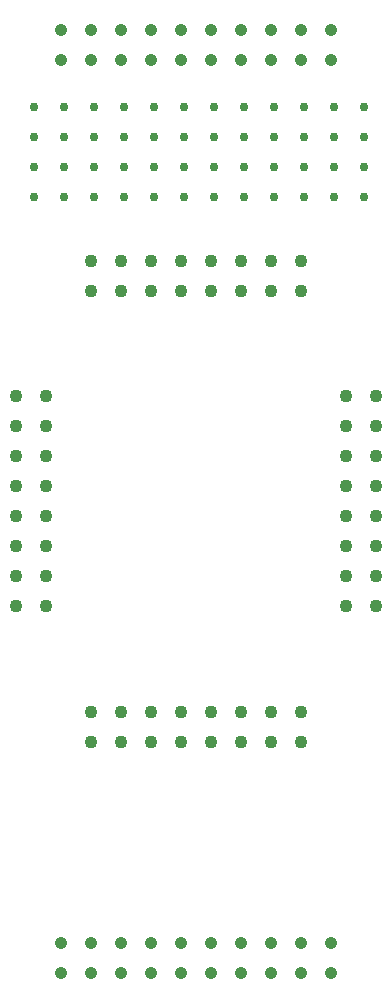
<source format=gbr>
%TF.GenerationSoftware,Altium Limited,Altium Designer,23.4.1 (23)*%
G04 Layer_Color=0*
%FSLAX45Y45*%
%MOMM*%
%TF.SameCoordinates,FC7CEE8C-9C91-443A-B6C4-03D5C87B0654*%
%TF.FilePolarity,Positive*%
%TF.FileFunction,Plated,1,2,PTH,Drill*%
%TF.Part,Single*%
G01*
G75*
%TA.AperFunction,ComponentDrill*%
%ADD41C,1.10000*%
%ADD42C,1.10000*%
%TA.AperFunction,OtherDrill,Pad Free-17 (2.794mm,78.359mm)*%
%ADD43C,0.76200*%
%TA.AperFunction,OtherDrill,Pad Free-17 (2.794mm,75.819mm)*%
%ADD44C,0.76200*%
%TA.AperFunction,OtherDrill,Pad Free-17 (5.334mm,75.819mm)*%
%ADD45C,0.76200*%
%TA.AperFunction,OtherDrill,Pad Free-17 (5.334mm,78.359mm)*%
%ADD46C,0.76200*%
%TA.AperFunction,OtherDrill,Pad Free-17 (10.414mm,78.359mm)*%
%ADD47C,0.76200*%
%TA.AperFunction,OtherDrill,Pad Free-17 (10.414mm,75.819mm)*%
%ADD48C,0.76200*%
%TA.AperFunction,OtherDrill,Pad Free-17 (7.874mm,75.819mm)*%
%ADD49C,0.76200*%
%TA.AperFunction,OtherDrill,Pad Free-17 (7.874mm,78.359mm)*%
%ADD50C,0.76200*%
%TA.AperFunction,OtherDrill,Pad Free-17 (18.034mm,78.359mm)*%
%ADD51C,0.76200*%
%TA.AperFunction,OtherDrill,Pad Free-17 (18.034mm,75.819mm)*%
%ADD52C,0.76200*%
%TA.AperFunction,OtherDrill,Pad Free-17 (20.574mm,75.819mm)*%
%ADD53C,0.76200*%
%TA.AperFunction,OtherDrill,Pad Free-17 (20.574mm,78.359mm)*%
%ADD54C,0.76200*%
%TA.AperFunction,OtherDrill,Pad Free-17 (15.494mm,78.359mm)*%
%ADD55C,0.76200*%
%TA.AperFunction,OtherDrill,Pad Free-17 (15.494mm,75.819mm)*%
%ADD56C,0.76200*%
%TA.AperFunction,OtherDrill,Pad Free-17 (12.954mm,75.819mm)*%
%ADD57C,0.76200*%
%TA.AperFunction,OtherDrill,Pad Free-17 (12.954mm,78.359mm)*%
%ADD58C,0.76200*%
%TA.AperFunction,OtherDrill,Pad Free-17 (28.194mm,78.359mm)*%
%ADD59C,0.76200*%
%TA.AperFunction,OtherDrill,Pad Free-17 (28.194mm,75.819mm)*%
%ADD60C,0.76200*%
%TA.AperFunction,OtherDrill,Pad Free-17 (30.734mm,75.819mm)*%
%ADD61C,0.76200*%
%TA.AperFunction,OtherDrill,Pad Free-17 (30.734mm,78.359mm)*%
%ADD62C,0.76200*%
%TA.AperFunction,OtherDrill,Pad Free-17 (25.654mm,78.359mm)*%
%ADD63C,0.76200*%
%TA.AperFunction,OtherDrill,Pad Free-17 (25.654mm,75.819mm)*%
%ADD64C,0.76200*%
%TA.AperFunction,OtherDrill,Pad Free-17 (23.114mm,75.819mm)*%
%ADD65C,0.76200*%
%TA.AperFunction,OtherDrill,Pad Free-17 (23.114mm,78.359mm)*%
%ADD66C,0.76200*%
%TA.AperFunction,OtherDrill,Pad Free-17 (25.654mm,73.279mm)*%
%ADD67C,0.76200*%
%TA.AperFunction,OtherDrill,Pad Free-17 (25.654mm,70.739mm)*%
%ADD68C,0.76200*%
%TA.AperFunction,OtherDrill,Pad Free-17 (23.114mm,70.739mm)*%
%ADD69C,0.76200*%
%TA.AperFunction,OtherDrill,Pad Free-17 (23.114mm,73.279mm)*%
%ADD70C,0.76200*%
%TA.AperFunction,OtherDrill,Pad Free-17 (28.194mm,73.279mm)*%
%ADD71C,0.76200*%
%TA.AperFunction,OtherDrill,Pad Free-17 (28.194mm,70.739mm)*%
%ADD72C,0.76200*%
%TA.AperFunction,OtherDrill,Pad Free-17 (30.734mm,70.739mm)*%
%ADD73C,0.76200*%
%TA.AperFunction,OtherDrill,Pad Free-17 (30.734mm,73.279mm)*%
%ADD74C,0.76200*%
%TA.AperFunction,OtherDrill,Pad Free-17 (2.794mm,70.739mm)*%
%ADD75C,0.76200*%
%TA.AperFunction,OtherDrill,Pad Free-17 (15.494mm,73.279mm)*%
%ADD76C,0.76200*%
%TA.AperFunction,OtherDrill,Pad Free-17 (15.494mm,70.739mm)*%
%ADD77C,0.76200*%
%TA.AperFunction,OtherDrill,Pad Free-17 (18.034mm,73.279mm)*%
%ADD78C,0.76200*%
%TA.AperFunction,OtherDrill,Pad Free-17 (18.034mm,70.739mm)*%
%ADD79C,0.76200*%
%TA.AperFunction,OtherDrill,Pad Free-17 (20.574mm,70.739mm)*%
%ADD80C,0.76200*%
%TA.AperFunction,OtherDrill,Pad Free-17 (20.574mm,73.279mm)*%
%ADD81C,0.76200*%
%TA.AperFunction,OtherDrill,Pad Free-17 (12.954mm,73.279mm)*%
%ADD82C,0.76200*%
%TA.AperFunction,OtherDrill,Pad Free-17 (7.874mm,70.739mm)*%
%ADD83C,0.76200*%
%TA.AperFunction,OtherDrill,Pad Free-17 (5.334mm,70.739mm)*%
%ADD84C,0.76200*%
%TA.AperFunction,OtherDrill,Pad Free-17 (7.874mm,73.279mm)*%
%ADD85C,0.76200*%
%TA.AperFunction,OtherDrill,Pad Free-17 (5.334mm,73.279mm)*%
%ADD86C,0.76200*%
%TA.AperFunction,OtherDrill,Pad Free-17 (10.414mm,73.279mm)*%
%ADD87C,0.76200*%
%TA.AperFunction,OtherDrill,Pad Free-17 (2.794mm,73.279mm)*%
%ADD88C,0.76200*%
%TA.AperFunction,OtherDrill,Pad Free-17 (12.954mm,70.739mm)*%
%ADD89C,0.76200*%
%TA.AperFunction,OtherDrill,Pad Free-17 (10.414mm,70.739mm)*%
%ADD90C,0.76200*%
%TA.AperFunction,ComponentDrill*%
%ADD91C,1.04000*%
D41*
X2539000Y2721000D02*
D03*
Y2467000D02*
D03*
X2285000Y2721000D02*
D03*
Y2467000D02*
D03*
X2031000Y2721000D02*
D03*
Y2467000D02*
D03*
X1777000Y2721000D02*
D03*
Y2467000D02*
D03*
X1523000Y2721000D02*
D03*
Y2467000D02*
D03*
X1269000Y2721000D02*
D03*
Y2467000D02*
D03*
X1015000Y2721000D02*
D03*
Y2467000D02*
D03*
X761000Y2721000D02*
D03*
Y2467000D02*
D03*
Y6278000D02*
D03*
Y6532000D02*
D03*
X1015000Y6278000D02*
D03*
Y6532000D02*
D03*
X1269000Y6278000D02*
D03*
Y6532000D02*
D03*
X1523000Y6278000D02*
D03*
Y6532000D02*
D03*
X1777000Y6278000D02*
D03*
Y6532000D02*
D03*
X2031000Y6278000D02*
D03*
Y6532000D02*
D03*
X2285000Y6278000D02*
D03*
Y6532000D02*
D03*
X2539000Y6278000D02*
D03*
Y6532000D02*
D03*
D42*
X2919000Y5389000D02*
D03*
X3173000D02*
D03*
X2919000Y5135000D02*
D03*
X3173000D02*
D03*
X2919000Y4881000D02*
D03*
X3173000D02*
D03*
X2919000Y4627000D02*
D03*
X3173000D02*
D03*
X2919000Y4373000D02*
D03*
X3173000D02*
D03*
X2919000Y4119000D02*
D03*
X3173000D02*
D03*
X2919000Y3865000D02*
D03*
X3173000D02*
D03*
X2919000Y3611000D02*
D03*
X3173000D02*
D03*
X381000D02*
D03*
X127000D02*
D03*
X381000Y3865000D02*
D03*
X127000D02*
D03*
X381000Y4119000D02*
D03*
X127000D02*
D03*
X381000Y4373000D02*
D03*
X127000D02*
D03*
X381000Y4627000D02*
D03*
X127000D02*
D03*
X381000Y4881000D02*
D03*
X127000D02*
D03*
X381000Y5135000D02*
D03*
X127000D02*
D03*
X381000Y5389000D02*
D03*
X127000D02*
D03*
D43*
X279400Y7835900D02*
D03*
D44*
Y7581900D02*
D03*
D45*
X533400D02*
D03*
D46*
Y7835900D02*
D03*
D47*
X1041400D02*
D03*
D48*
Y7581900D02*
D03*
D49*
X787400D02*
D03*
D50*
Y7835900D02*
D03*
D51*
X1803400D02*
D03*
D52*
Y7581900D02*
D03*
D53*
X2057400D02*
D03*
D54*
Y7835900D02*
D03*
D55*
X1549400D02*
D03*
D56*
Y7581900D02*
D03*
D57*
X1295400D02*
D03*
D58*
Y7835900D02*
D03*
D59*
X2819400D02*
D03*
D60*
Y7581900D02*
D03*
D61*
X3073400D02*
D03*
D62*
Y7835900D02*
D03*
D63*
X2565400D02*
D03*
D64*
Y7581900D02*
D03*
D65*
X2311400D02*
D03*
D66*
Y7835900D02*
D03*
D67*
X2565400Y7327900D02*
D03*
D68*
Y7073900D02*
D03*
D69*
X2311400D02*
D03*
D70*
Y7327900D02*
D03*
D71*
X2819400D02*
D03*
D72*
Y7073900D02*
D03*
D73*
X3073400D02*
D03*
D74*
Y7327900D02*
D03*
D75*
X279400Y7073900D02*
D03*
D76*
X1549400Y7327900D02*
D03*
D77*
Y7073900D02*
D03*
D78*
X1803400Y7327900D02*
D03*
D79*
Y7073900D02*
D03*
D80*
X2057400D02*
D03*
D81*
Y7327900D02*
D03*
D82*
X1295400D02*
D03*
D83*
X787400Y7073900D02*
D03*
D84*
X533400D02*
D03*
D85*
X787400Y7327900D02*
D03*
D86*
X533400D02*
D03*
D87*
X1041400D02*
D03*
D88*
X279400D02*
D03*
D89*
X1295400Y7073900D02*
D03*
D90*
X1041400D02*
D03*
D91*
X508000Y8238000D02*
D03*
Y8492000D02*
D03*
X762000Y8238000D02*
D03*
Y8492000D02*
D03*
X1016000Y8238000D02*
D03*
Y8492000D02*
D03*
X1270000Y8238000D02*
D03*
Y8492000D02*
D03*
X1524000Y8238000D02*
D03*
Y8492000D02*
D03*
X1778000Y8238000D02*
D03*
Y8492000D02*
D03*
X2032000Y8238000D02*
D03*
Y8492000D02*
D03*
X2286000Y8238000D02*
D03*
Y8492000D02*
D03*
X2540000Y8238000D02*
D03*
Y8492000D02*
D03*
X2794000Y8238000D02*
D03*
Y8492000D02*
D03*
X508000Y508000D02*
D03*
Y762000D02*
D03*
X762000Y508000D02*
D03*
Y762000D02*
D03*
X1016000Y508000D02*
D03*
Y762000D02*
D03*
X1270000Y508000D02*
D03*
Y762000D02*
D03*
X1524000Y508000D02*
D03*
Y762000D02*
D03*
X1778000Y508000D02*
D03*
Y762000D02*
D03*
X2032000Y508000D02*
D03*
Y762000D02*
D03*
X2286000Y508000D02*
D03*
Y762000D02*
D03*
X2540000Y508000D02*
D03*
Y762000D02*
D03*
X2794000Y508000D02*
D03*
Y762000D02*
D03*
%TF.MD5,f257f7d67ca7e25c3ac87b878081ada8*%
M02*

</source>
